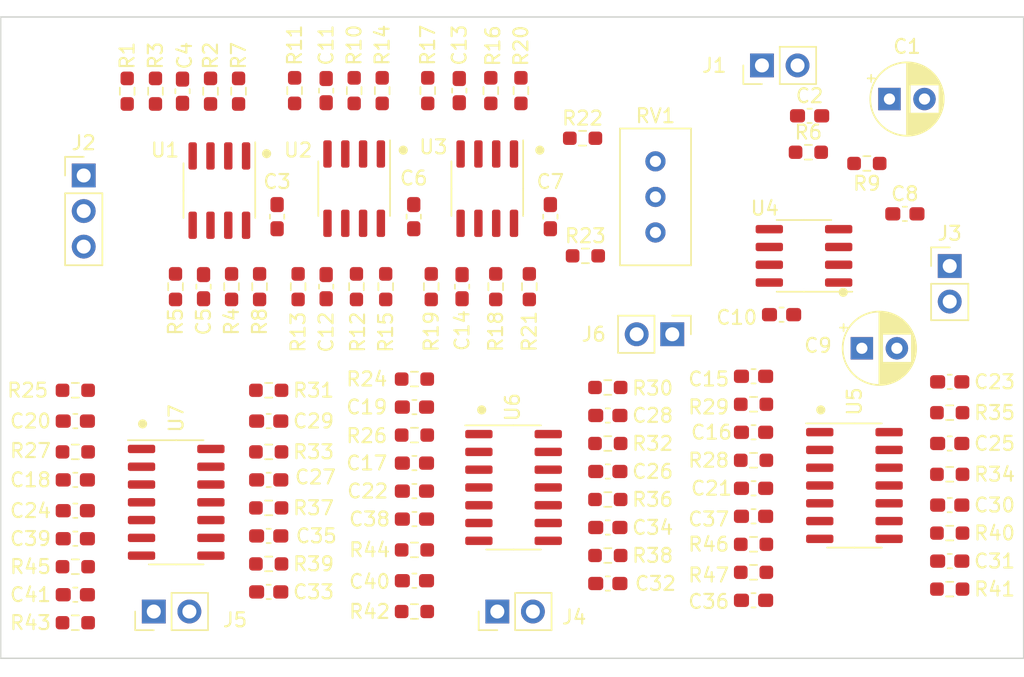
<source format=kicad_pcb>
(kicad_pcb (version 20211014) (generator pcbnew)
  (layers (0 "F.Cu" signal) (31 "B.Cu" signal) (34 "B.Paste" user) (35 "F.Paste" user) (36 "B.SilkS" user "B.Silkscreen") (37 "F.SilkS" user "F.Silkscreen") (38 "B.Mask" user) (39 "F.Mask" user) (44 "Edge.Cuts" user))
  (net 0 "")
  (net 1 "VCC5")
  (net 2 "GND")
  (net 3 "Net-(C4-Pad1)")
  (net 4 "Net-(C5-Pad1)")
  (net 5 "Net-(C11-Pad1)")
  (net 6 "Net-(C12-Pad1)")
  (net 7 "Net-(C13-Pad1)")
  (net 8 "Net-(C14-Pad1)")
  (net 9 "allPass_out")
  (net 10 "Net-(C15-Pad2)")
  (net 11 "Net-(C16-Pad2)")
  (net 12 "Net-(C17-Pad1)")
  (net 13 "Net-(C18-Pad1)")
  (net 14 "Net-(C19-Pad1)")
  (net 15 "Net-(C19-Pad2)")
  (net 16 "Net-(C20-Pad1)")
  (net 17 "Net-(C20-Pad2)")
  (net 18 "Net-(C23-Pad1)")
  (net 19 "Net-(C23-Pad2)")
  (net 20 "Net-(C25-Pad2)")
  (net 21 "Net-(C26-Pad1)")
  (net 22 "Net-(C27-Pad1)")
  (net 23 "Net-(C28-Pad1)")
  (net 24 "Net-(C28-Pad2)")
  (net 25 "Net-(C29-Pad1)")
  (net 26 "Net-(C29-Pad2)")
  (net 27 "Net-(C30-Pad1)")
  (net 28 "Net-(C30-Pad2)")
  (net 29 "Net-(C31-Pad2)")
  (net 30 "Net-(C32-Pad1)")
  (net 31 "Net-(C33-Pad1)")
  (net 32 "Net-(C34-Pad1)")
  (net 33 "Net-(C34-Pad2)")
  (net 34 "Net-(C35-Pad1)")
  (net 35 "Net-(C35-Pad2)")
  (net 36 "Net-(C36-Pad1)")
  (net 37 "Net-(C36-Pad2)")
  (net 38 "Net-(C37-Pad2)")
  (net 39 "Net-(C38-Pad1)")
  (net 40 "Net-(C39-Pad1)")
  (net 41 "Net-(C40-Pad1)")
  (net 42 "NARROW")
  (net 43 "Net-(C41-Pad1)")
  (net 44 "WIDE")
  (net 45 "Net-(J2-Pad1)")
  (net 46 "Net-(J2-Pad3)")
  (net 47 "VBIAS")
  (net 48 "Net-(R1-Pad2)")
  (net 49 "Net-(R2-Pad2)")
  (net 50 "Net-(R4-Pad2)")
  (net 51 "Net-(R10-Pad1)")
  (net 52 "Net-(R12-Pad1)")
  (net 53 "Net-(R10-Pad2)")
  (net 54 "Net-(R12-Pad2)")
  (net 55 "Net-(R14-Pad2)")
  (net 56 "Net-(R15-Pad2)")
  (net 57 "Net-(R16-Pad2)")
  (net 58 "Net-(R18-Pad2)")
  (net 59 "Net-(R20-Pad2)")
  (net 60 "Net-(R21-Pad2)")
  (net 61 "Net-(R22-Pad2)")
  (net 62 "Net-(R23-Pad2)")
  (net 63 "Net-(R24-Pad1)")
  (net 64 "Net-(RV1-Pad2)")
  (net 65 "Net-(C8-Pad1)")
  (footprint "Resistor_SMD:R_0603_1608Metric_Pad0.98x0.95mm_HandSolder" (layer "F.Cu") (at 142.125 81.46 90)
    (fp_text reference "R20" (at 3.2 0 90) (layer "F.SilkS"))
    (fp_text value "10K")
    (pad "1" smd roundrect (at -0.9125 0 90) (size 0.975 0.95) (layers "F.Cu" "F.Paste" "F.Mask") (net 57 "Net-(R16-Pad2)"))
    (pad "2" smd roundrect (at 0.9125 0 90) (size 0.975 0.95) (layers "F.Cu" "F.Paste" "F.Mask") (net 59 "Net-(R20-Pad2)"))
  )
  (footprint "Package_SO:SOIC-8_3.9x4.9mm_P1.27mm" (layer "F.Cu") (at 162.325 93.26 180)
    (fp_text reference "U4" (at 2.8 3.4) (layer "F.SilkS"))
    (fp_text value "OPA1678")
    (pad "1" smd roundrect (at -2.475 -1.905 180) (size 1.95 0.6) (layers "F.Cu" "F.Paste" "F.Mask") (net 47 "VBIAS"))
    (pad "2" smd roundrect (at -2.475 -0.635 180) (size 1.95 0.6) (layers "F.Cu" "F.Paste" "F.Mask") (net 47 "VBIAS"))
    (pad "3" smd roundrect (at -2.475 0.635 180) (size 1.95 0.6) (layers "F.Cu" "F.Paste" "F.Mask") (net 65 "Net-(C8-Pad1)"))
    (pad "4" smd roundrect (at -2.475 1.905 180) (size 1.95 0.6) (layers "F.Cu" "F.Paste" "F.Mask") (net 2 "GND"))
    (pad "5" smd roundrect (at 2.475 1.905 180) (size 1.95 0.6) (layers "F.Cu" "F.Paste" "F.Mask") (net 64 "Net-(RV1-Pad2)"))
    (pad "6" smd roundrect (at 2.475 0.635 180) (size 1.95 0.6) (layers "F.Cu" "F.Paste" "F.Mask") (net 9 "allPass_out"))
    (pad "7" smd roundrect (at 2.475 -0.635 180) (size 1.95 0.6) (layers "F.Cu" "F.Paste" "F.Mask") (net 9 "allPass_out"))
    (pad "8" smd roundrect (at 2.475 -1.905 180) (size 1.95 0.6) (layers "F.Cu" "F.Paste" "F.Mask") (net 1 "VCC5"))
  )
  (footprint "Capacitor_SMD:C_0603_1608Metric_Pad1.08x0.95mm_HandSolder" (layer "F.Cu") (at 172.725 106.66 180)
    (fp_text reference "C25" (at -3.2 0) (layer "F.SilkS"))
    (fp_text value "0.47uF")
    (pad "1" smd roundrect (at -0.8625 0 180) (size 1.075 0.95) (layers "F.Cu" "F.Paste" "F.Mask") (net 19 "Net-(C23-Pad2)"))
    (pad "2" smd roundrect (at 0.8625 0 180) (size 1.075 0.95) (layers "F.Cu" "F.Paste" "F.Mask") (net 20 "Net-(C25-Pad2)"))
  )
  (footprint "Connector_PinHeader_2.54mm:PinHeader_1x02_P2.54mm_Vertical" (layer "F.Cu") (at 140.44 118.66 90)
    (fp_text reference "J4" (at -0.4 5.485 180) (layer "F.SilkS"))
    (fp_text value "Conn_01x02")
    (pad "1" thru_hole rect (at 0 0 90) (size 1.7 1.7) (drill 1) (layers *.Cu *.Mask) (net 42 "NARROW"))
    (pad "2" thru_hole oval (at 0 2.54 90) (size 1.7 1.7) (drill 1) (layers *.Cu *.Mask) (net 2 "GND"))
  )
  (footprint "Resistor_SMD:R_0603_1608Metric_Pad0.98x0.95mm_HandSolder" (layer "F.Cu") (at 172.725 113.06 180)
    (fp_text reference "R40" (at -3.2 0) (layer "F.SilkS"))
    (fp_text value "1.02K")
    (pad "1" smd roundrect (at -0.9125 0 180) (size 0.975 0.95) (layers "F.Cu" "F.Paste" "F.Mask") (net 47 "VBIAS"))
    (pad "2" smd roundrect (at 0.9125 0 180) (size 0.975 0.95) (layers "F.Cu" "F.Paste" "F.Mask") (net 29 "Net-(C31-Pad2)"))
  )
  (footprint "Resistor_SMD:R_0603_1608Metric_Pad0.98x0.95mm_HandSolder" (layer "F.Cu") (at 126.225 95.46 90)
    (fp_text reference "R13" (at -3.25 0 90) (layer "F.SilkS"))
    (fp_text value "23.2K")
    (pad "1" smd roundrect (at -0.9125 0 90) (size 0.975 0.95) (layers "F.Cu" "F.Paste" "F.Mask") (net 52 "Net-(R12-Pad1)"))
    (pad "2" smd roundrect (at 0.9125 0 90) (size 0.975 0.95) (layers "F.Cu" "F.Paste" "F.Mask") (net 6 "Net-(C12-Pad1)"))
  )
  (footprint "Capacitor_SMD:C_0603_1608Metric_Pad1.08x0.95mm_HandSolder" (layer "F.Cu") (at 110.325 105.06)
    (fp_text reference "C20" (at -3.2 0) (layer "F.SilkS"))
    (fp_text value "0.0039uF")
    (pad "1" smd roundrect (at -0.8625 0) (size 1.075 0.95) (layers "F.Cu" "F.Paste" "F.Mask") (net 16 "Net-(C20-Pad1)"))
    (pad "2" smd roundrect (at 0.8625 0) (size 1.075 0.95) (layers "F.Cu" "F.Paste" "F.Mask") (net 17 "Net-(C20-Pad2)"))
  )
  (footprint "Resistor_SMD:R_0603_1608Metric_Pad0.98x0.95mm_HandSolder" (layer "F.Cu") (at 148.325 114.66 180)
    (fp_text reference "R38" (at -3.2 0) (layer "F.SilkS"))
    (fp_text value "9.76K")
    (pad "1" smd roundrect (at -0.9125 0 180) (size 0.975 0.95) (layers "F.Cu" "F.Paste" "F.Mask") (net 32 "Net-(C34-Pad1)"))
    (pad "2" smd roundrect (at 0.9125 0 180) (size 0.975 0.95) (layers "F.Cu" "F.Paste" "F.Mask") (net 30 "Net-(C32-Pad1)"))
  )
  (footprint "Capacitor_SMD:C_0603_1608Metric_Pad1.08x0.95mm_HandSolder" (layer "F.Cu") (at 128.225 81.46 90)
    (fp_text reference "C11" (at 3.25 0 270) (layer "F.SilkS"))
    (fp_text value "0.01u")
    (pad "1" smd roundrect (at -0.8625 0 90) (size 1.075 0.95) (layers "F.Cu" "F.Paste" "F.Mask") (net 5 "Net-(C11-Pad1)"))
    (pad "2" smd roundrect (at 0.8625 0 90) (size 1.075 0.95) (layers "F.Cu" "F.Paste" "F.Mask") (net 2 "GND"))
  )
  (footprint "Capacitor_SMD:C_0603_1608Metric_Pad1.08x0.95mm_HandSolder" (layer "F.Cu") (at 144.225 90.46 90)
    (fp_text reference "C7" (at 2.5 0 180) (layer "F.SilkS"))
    (fp_text value "0.1uF")
    (pad "1" smd roundrect (at -0.8625 0 90) (size 1.075 0.95) (layers "F.Cu" "F.Paste" "F.Mask") (net 1 "VCC5"))
    (pad "2" smd roundrect (at 0.8625 0 90) (size 1.075 0.95) (layers "F.Cu" "F.Paste" "F.Mask") (net 2 "GND"))
  )
  (footprint "Capacitor_SMD:C_0603_1608Metric_Pad1.08x0.95mm_HandSolder" (layer "F.Cu") (at 134.525 104.06)
    (fp_text reference "C19" (at -3.4 0) (layer "F.SilkS"))
    (fp_text value "0.015uF")
    (pad "1" smd roundrect (at -0.8625 0) (size 1.075 0.95) (layers "F.Cu" "F.Paste" "F.Mask") (net 14 "Net-(C19-Pad1)"))
    (pad "2" smd roundrect (at 0.8625 0) (size 1.075 0.95) (layers "F.Cu" "F.Paste" "F.Mask") (net 15 "Net-(C19-Pad2)"))
  )
  (footprint "Capacitor_SMD:C_0603_1608Metric_Pad1.08x0.95mm_HandSolder" (layer "F.Cu") (at 134.475 90.46 90)
    (fp_text reference "C6" (at 2.75 0 180) (layer "F.SilkS"))
    (fp_text value "0.1uF")
    (pad "1" smd roundrect (at -0.8625 0 90) (size 1.075 0.95) (layers "F.Cu" "F.Paste" "F.Mask") (net 1 "VCC5"))
    (pad "2" smd roundrect (at 0.8625 0 90) (size 1.075 0.95) (layers "F.Cu" "F.Paste" "F.Mask") (net 2 "GND"))
  )
  (footprint "Resistor_SMD:R_0603_1608Metric_Pad0.98x0.95mm_HandSolder" (layer "F.Cu") (at 166.8125 86.66 180)
    (fp_text reference "R9" (at 0 -1.43) (layer "F.SilkS"))
    (fp_text value "10K")
    (pad "1" smd roundrect (at -0.9125 0 180) (size 0.975 0.95) (layers "F.Cu" "F.Paste" "F.Mask") (net 2 "GND"))
    (pad "2" smd roundrect (at 0.9125 0 180) (size 0.975 0.95) (layers "F.Cu" "F.Paste" "F.Mask") (net 65 "Net-(C8-Pad1)"))
  )
  (footprint "Capacitor_SMD:C_0603_1608Metric_Pad1.08x0.95mm_HandSolder" (layer "F.Cu") (at 172.725 102.26)
    (fp_text reference "C23" (at 3.2 0) (layer "F.SilkS"))
    (fp_text value "1uF")
    (pad "1" smd roundrect (at -0.8625 0) (size 1.075 0.95) (layers "F.Cu" "F.Paste" "F.Mask") (net 18 "Net-(C23-Pad1)"))
    (pad "2" smd roundrect (at 0.8625 0) (size 1.075 0.95) (layers "F.Cu" "F.Paste" "F.Mask") (net 19 "Net-(C23-Pad2)"))
  )
  (footprint "Capacitor_SMD:C_0603_1608Metric_Pad1.08x0.95mm_HandSolder" (layer "F.Cu") (at 158.725 117.86 180)
    (fp_text reference "C36" (at 3.2 -0.0875) (layer "F.SilkS"))
    (fp_text value "0.47uF")
    (pad "1" smd roundrect (at -0.8625 0 180) (size 1.075 0.95) (layers "F.Cu" "F.Paste" "F.Mask") (net 36 "Net-(C36-Pad1)"))
    (pad "2" smd roundrect (at 0.8625 0 180) (size 1.075 0.95) (layers "F.Cu" "F.Paste" "F.Mask") (net 37 "Net-(C36-Pad2)"))
  )
  (footprint "Capacitor_SMD:C_0603_1608Metric_Pad1.08x0.95mm_HandSolder" (layer "F.Cu") (at 124.125 105.06 180)
    (fp_text reference "C29" (at -3.2 0) (layer "F.SilkS"))
    (fp_text value "0.0056uF")
    (pad "1" smd roundrect (at -0.8625 0 180) (size 1.075 0.95) (layers "F.Cu" "F.Paste" "F.Mask") (net 25 "Net-(C29-Pad1)"))
    (pad "2" smd roundrect (at 0.8625 0 180) (size 1.075 0.95) (layers "F.Cu" "F.Paste" "F.Mask") (net 26 "Net-(C29-Pad2)"))
  )
  (footprint "Capacitor_SMD:C_0603_1608Metric_Pad1.08x0.95mm_HandSolder" (layer "F.Cu") (at 158.725 105.86)
    (fp_text reference "C16" (at -3 0) (layer "F.SilkS"))
    (fp_text value "0.39uF")
    (pad "1" smd roundrect (at -0.8625 0) (size 1.075 0.95) (layers "F.Cu" "F.Paste" "F.Mask") (net 10 "Net-(C15-Pad2)"))
    (pad "2" smd roundrect (at 0.8625 0) (size 1.075 0.95) (layers "F.Cu" "F.Paste" "F.Mask") (net 11 "Net-(C16-Pad2)"))
  )
  (footprint "Resistor_SMD:R_0603_1608Metric_Pad0.98x0.95mm_HandSolder" (layer "F.Cu") (at 158.725 113.86)
    (fp_text reference "R46" (at -3.2 0) (layer "F.SilkS"))
    (fp_text value "9.09K")
    (pad "1" smd roundrect (at -0.9125 0) (size 0.975 0.95) (layers "F.Cu" "F.Paste" "F.Mask") (net 47 "VBIAS"))
    (pad "2" smd roundrect (at 0.9125 0) (size 0.975 0.95) (layers "F.Cu" "F.Paste" "F.Mask") (net 38 "Net-(C37-Pad2)"))
  )
  (footprint "Resistor_SMD:R_0603_1608Metric_Pad0.98x0.95mm_HandSolder" (layer "F.Cu") (at 114.0275 81.5 90)
    (fp_text reference "R1" (at 2.54 0 90) (layer "F.SilkS"))
    (fp_text value "1.5K")
    (pad "1" smd roundrect (at -0.9125 0 90) (size 0.975 0.95) (layers "F.Cu" "F.Paste" "F.Mask") (net 45 "Net-(J2-Pad1)"))
    (pad "2" smd roundrect (at 0.9125 0 90) (size 0.975 0.95) (layers "F.Cu" "F.Paste" "F.Mask") (net 48 "Net-(R1-Pad2)"))
  )
  (footprint "Capacitor_SMD:C_0603_1608Metric_Pad1.08x0.95mm_HandSolder" (layer "F.Cu") (at 110.325 109.26 180)
    (fp_text reference "C18" (at 3.2 0) (layer "F.SilkS"))
    (fp_text value "0.0033uF")
    (pad "1" smd roundrect (at -0.8625 0 180) (size 1.075 0.95) (layers "F.Cu" "F.Paste" "F.Mask") (net 13 "Net-(C18-Pad1)"))
    (pad "2" smd roundrect (at 0.8625 0 180) (size 1.075 0.95) (layers "F.Cu" "F.Paste" "F.Mask") (net 2 "GND"))
  )
  (footprint "Resistor_SMD:R_0603_1608Metric_Pad0.98x0.95mm_HandSolder" (layer "F.Cu") (at 124.125 111.26)
    (fp_text reference "R37" (at 3.2 0) (layer "F.SilkS"))
    (fp_text value "6.04K")
    (pad "1" smd roundrect (at -0.9125 0) (size 0.975 0.95) (layers "F.Cu" "F.Paste" "F.Mask") (net 26 "Net-(C29-Pad2)"))
    (pad "2" smd roundrect (at 0.9125 0) (size 0.975 0.95) (layers "F.Cu" "F.Paste" "F.Mask") (net 34 "Net-(C35-Pad1)"))
  )
  (footprint "Capacitor_SMD:C_0603_1608Metric_Pad1.08x0.95mm_HandSolder" (layer "F.Cu") (at 137.925 95.46 -90)
    (fp_text reference "C14" (at 3.1375 0 90) (layer "F.SilkS"))
    (fp_text value "0.01u")
    (pad "1" smd roundrect (at -0.8625 0 270) (size 1.075 0.95) (layers "F.Cu" "F.Paste" "F.Mask") (net 8 "Net-(C14-Pad1)"))
    (pad "2" smd roundrect (at 0.8625 0 270) (size 1.075 0.95) (layers "F.Cu" "F.Paste" "F.Mask") (net 2 "GND"))
  )
  (footprint "Connector_PinHeader_2.54mm:PinHeader_1x03_P2.54mm_Vertical" (layer "F.Cu") (at 110.925 87.52)
    (fp_text reference "J2" (at 0 -2.33) (layer "F.SilkS"))
    (fp_text value "Conn_01x03")
    (pad "1" thru_hole rect (at 0 0) (size 1.7 1.7) (drill 1) (layers *.Cu *.Mask) (net 45 "Net-(J2-Pad1)"))
    (pad "2" thru_hole oval (at 0 2.54) (size 1.7 1.7) (drill 1) (layers *.Cu *.Mask) (net 2 "GND"))
    (pad "3" thru_hole oval (at 0 5.08) (size 1.7 1.7) (drill 1) (layers *.Cu *.Mask) (net 46 "Net-(J2-Pad3)"))
  )
  (footprint "Resistor_SMD:R_0603_1608Metric_Pad0.98x0.95mm_HandSolder" (layer "F.Cu") (at 124.125 102.86)
    (fp_text reference "R31" (at 3.2 0) (layer "F.SilkS"))
    (fp_text value "8.06K")
    (pad "1" smd roundrect (at -0.9125 0) (size 0.975 0.95) (layers "F.Cu" "F.Paste" "F.Mask") (net 17 "Net-(C20-Pad2)"))
    (pad "2" smd roundrect (at 0.9125 0) (size 0.975 0.95) (layers "F.Cu" "F.Paste" "F.Mask") (net 25 "Net-(C29-Pad1)"))
  )
  (footprint "Resistor_SMD:R_0603_1608Metric_Pad0.98x0.95mm_HandSolder" (layer "F.Cu") (at 134.525 118.66 180)
    (fp_text reference "R42" (at 3.2 0) (layer "F.SilkS"))
    (fp_text value "2.55K")
    (pad "1" smd roundrect (at -0.9125 0 180) (size 0.975 0.95) (layers "F.Cu" "F.Paste" "F.Mask") (net 33 "Net-(C34-Pad2)"))
    (pad "2" smd roundrect (at 0.9125 0 180) (size 0.975 0.95) (layers "F.Cu" "F.Paste" "F.Mask") (net 41 "Net-(C40-Pad1)"))
  )
  (footprint "Capacitor_SMD:C_0603_1608Metric_Pad1.08x0.95mm_HandSolder" (layer "F.Cu") (at 124.125 109.26)
    (fp_text reference "C27" (at 3.3375 -0.2) (layer "F.SilkS"))
    (fp_text value "0.0033uF")
    (pad "1" smd roundrect (at -0.8625 0) (size 1.075 0.95) (layers "F.Cu" "F.Paste" "F.Mask") (net 22 "Net-(C27-Pad1)"))
    (pad "2" smd roundrect (at 0.8625 0) (size 1.075 0.95) (layers "F.Cu" "F.Paste" "F.Mask") (net 2 "GND"))
  )
  (footprint "Resistor_SMD:R_0603_1608Metric_Pad0.98x0.95mm_HandSolder" (layer "F.Cu") (at 124.125 107.26 180)
    (fp_text reference "R33" (at -3.2 0) (layer "F.SilkS"))
    (fp_text value "18.7K")
    (pad "1" smd roundrect (at -0.9125 0 180) (size 0.975 0.95) (layers "F.Cu" "F.Paste" "F.Mask") (net 25 "Net-(C29-Pad1)"))
    (pad "2" smd roundrect (at 0.9125 0 180) (size 0.975 0.95) (layers "F.Cu" "F.Paste" "F.Mask") (net 22 "Net-(C27-Pad1)"))
  )
  (footprint "Resistor_SMD:R_0603_1608Metric_Pad0.98x0.95mm_HandSolder" (layer "F.Cu") (at 172.725 108.86 180)
    (fp_text reference "R34" (at -3.2 0) (layer "F.SilkS"))
    (fp_text value "1K")
    (pad "1" smd roundrect (at -0.9125 0 180) (size 0.975 0.95) (layers "F.Cu" "F.Paste" "F.Mask") (net 47 "VBIAS"))
    (pad "2" smd roundrect (at 0.9125 0 180) (size 0.975 0.95) (layers "F.Cu" "F.Paste" "F.Mask") (net 20 "Net-(C25-Pad2)"))
  )
  (footprint "Connector_PinHeader_2.54mm:PinHeader_1x02_P2.54mm_Vertical" (layer "F.Cu") (at 152.925 98.86 -90)
    (fp_text reference "J6" (at 0 5.6 180) (layer "F.SilkS"))
    (fp_text value "Conn_01x02")
    (pad "1" thru_hole rect (at 0 0 270) (size 1.7 1.7) (drill 1) (layers *.Cu *.Mask) (net 9 "allPass_out"))
    (pad "2" thru_hole oval (at 0 2.54 270) (size 1.7 1.7) (drill 1) (layers *.Cu *.Mask) (net 2 "GND"))
  )
  (footprint "Connector_PinHeader_2.54mm:PinHeader_1x02_P2.54mm_Vertical" (layer "F.Cu") (at 115.925 118.66 90)
    (fp_text reference "J5" (at -0.6 5.8 180) (layer "F.SilkS"))
    (fp_text value "Conn_01x02")
    (pad "1" thru_hole rect (at 0 0 90) (size 1.7 1.7) (drill 1) (layers *.Cu *.Mask) (net 44 "WIDE"))
    (pad "2" thru_hole oval (at 0 2.54 90) (size 1.7 1.7) (drill 1) (layers *.Cu *.Mask) (net 2 "GND"))
  )
  (footprint "Resistor_SMD:R_0603_1608Metric_Pad0.98x0.95mm_HandSolder" (layer "F.Cu") (at 148.325 110.66)
    (fp_text reference "R36" (at 3.2 0) (layer "F.SilkS"))
    (fp_text value "8.66K")
    (pad "1" smd roundrect (at -0.9125 0) (size 0.975 0.95) (layers "F.Cu" "F.Paste" "F.Mask") (net 24 "Net-(C28-Pad2)"))
    (pad "2" smd roundrect (at 0.9125 0) (size 0.975 0.95) (layers "F.Cu" "F.Paste" "F.Mask") (net 32 "Net-(C34-Pad1)"))
  )
  (footprint "Capacitor_SMD:C_0603_1608Metric_Pad1.08x0.95mm_HandSolder" (layer "F.Cu") (at 172.725 111.06)
    (fp_text reference "C30" (at 3.2 0) (layer "F.SilkS"))
    (fp_text value "1.5uF")
    (pad "1" smd roundrect (at -0.8625 0) (size 1.075 0.95) (layers "F.Cu" "F.Paste" "F.Mask") (net 27 "Net-(C30-Pad1)"))
    (pad "2" smd roundrect (at 0.8625 0) (size 1.075 0.95) (layers "F.Cu" "F.Paste" "F.Mask") (net 28 "Net-(C30-Pad2)"))
  )
  (footprint "Package_SO:SOIC-8_3.9x4.9mm_P1.27mm" (layer "F.Cu") (at 139.725 88.46 -90)
    (fp_text reference "U3" (at -2.975 3.845 180) (layer "F.SilkS"))
    (fp_text value "OPA1678")
    (pad "1" smd roundrect (at -2.475 -1.905 270) (size 1.95 0.6) (layers "F.Cu" "F.Paste" "F.Mask") (net 59 "Net-(R20-Pad2)"))
    (pad "2" smd roundrect (at -2.475 -0.635 270) (size 1.95 0.6) (layers "F.Cu" "F.Paste" "F.Mask") (net 57 "Net-(R16-Pad2)"))
    (pad "3" smd roundrect (at -2.475 0.635 270) (size 1.95 0.6) (layers "F.Cu" "F.Paste" "F.Mask") (net 7 "Net-(C13-Pad1)"))
    (pad "4" smd roundrect (at -2.475 1.905 270) (size 1.95 0.6) (layers "F.Cu" "F.Paste" "F.Mask") (net 2 "GND"))
    (pad "5" smd roundrect (at 2.475 1.905 270) (size 1.95 0.6) (layers "F.Cu" "F.Paste" "F.Mask") (net 8 "Net-(C14-Pad1)"))
    (pad "6" smd roundrect (at 2.475 0.635 270) (size 1.95 0.6) (layers "F.Cu" "F.Paste" "F.Mask") (net 58 "Net-(R18-Pad2)"))
    (pad "7" smd roundrect (at 2.475 -0.635 270) (size 1.95 0.6) (layers "F.Cu" "F.Paste" "F.Mask") (net 60 "Net-(R21-Pad2)"))
    (pad "8" smd roundrect (at 2.475 -1.905 270) (size 1.95 0.6) (layers "F.Cu" "F.Paste" "F.Mask") (net 1 "VCC5"))
  )
  (footprint "Capacitor_SMD:C_0603_1608Metric_Pad1.08x0.95mm_HandSolder" (layer "F.Cu") (at 110.325 117.46)
    (fp_text reference "C41" (at -3.2 0) (layer "F.SilkS"))
    (fp_text value "0.1uF")
    (pad "1" smd roundrect (at -0.8625 0) (size 1.075 0.95) (layers "F.Cu" "F.Paste" "F.Mask") (net 43 "Net-(C41-Pad1)"))
    (pad "2" smd roundrect (at 0.8625 0) (size 1.075 0.95) (layers "F.Cu" "F.Paste" "F.Mask") (net 44 "WIDE"))
  )
  (footprint "Resistor_SMD:R_0603_1608Metric_Pad0.98x0.95mm_HandSolder" (layer "F.Cu") (at 130.3875 95.46 90)
    (fp_text reference "R12" (at -3.25 0.0875 270) (layer "F.SilkS"))
    (fp_text value "10K")
    (pad "1" smd roundrect (at -0.9125 0 90) (size 0.975 0.95) (layers "F.Cu" "F.Paste" "F.Mask") (net 52 "Net-(R12-Pad1)"))
    (pad "2" smd roundrect (at 0.9125 0 90) (size 0.975 0.95) (layers "F.Cu" "F.Paste" "F.Mask") (net 54 "Net-(R12-Pad2)"))
  )
  (footprint "Resistor_SMD:R_0603_1608Metric_Pad0.98x0.95mm_HandSolder" (layer "F.Cu") (at 135.475 81.46 -90)
    (fp_text reference "R17" (at -3.25 0 90) (layer "F.SilkS"))
    (fp_text value "51.1K")
    (pad "1" smd roundrect (at -0.9125 0 270) (size 0.975 0.95) (layers "F.Cu" "F.Paste" "F.Mask") (net 55 "Net-(R14-Pad2)"))
    (pad "2" smd roundrect (at 0.9125 0 270) (size 0.975 0.95) (layers "F.Cu" "F.Paste" "F.Mask") (net 7 "Net-(C13-Pad1)"))
  )
  (footprint "Resistor_SMD:R_0603_1608Metric_Pad0.98x0.95mm_HandSolder" (layer "F.Cu") (at 116.045 81.5 -90)
    (fp_text reference "R3" (at -2.54 0 90) (layer "F.SilkS"))
    (fp_text value "200")
    (pad "1" smd roundrect (at -0.9125 0 270) (size 0.975 0.95) (layers "F.Cu" "F.Paste" "F.Mask") (net 48 "Net-(R1-Pad2)"))
    (pad "2" smd roundrect (at 0.9125 0 270) (size 0.975 0.95) (layers "F.Cu" "F.Paste" "F.Mask") (net 3 "Net-(C4-Pad1)"))
  )
  (footprint "Capacitor_SMD:C_0603_1608Metric_Pad1.08x0.95mm_HandSolder" (layer "F.Cu") (at 158.725 101.86 180)
    (fp_text reference "C15" (at 3.2 -0.2) (layer "F.SilkS"))
    (fp_text value "0.82uF")
    (pad "1" smd roundrect (at -0.8625 0 180) (size 1.075 0.95) (layers "F.Cu" "F.Paste" "F.Mask") (net 9 "allPass_out"))
    (pad "2" smd roundrect (at 0.8625 0 180) (size 1.075 0.95) (layers "F.Cu" "F.Paste" "F.Mask") (net 10 "Net-(C15-Pad2)"))
  )
  (footprint "Resistor_SMD:R_0603_1608Metric_Pad0.98x0.95mm_HandSolder" (layer "F.Cu") (at 110.325 102.86 180)
    (fp_text reference "R25" (at 3.4 0) (layer "F.SilkS"))
    (fp_text value "10.5K")
    (pad "1" smd roundrect (at -0.9125 0 180) (size 0.975 0.95) (layers "F.Cu" "F.Paste" "F.Mask") (net 63 "Net-(R24-Pad1)"))
    (pad "2" smd roundrect (at 0.9125 0 180) (size 0.975 0.95) (layers "F.Cu" "F.Paste" "F.Mask") (net 16 "Net-(C20-Pad1)"))
  )
  (footprint "Capacitor_SMD:C_0603_1608Metric_Pad1.08x0.95mm_HandSolder" (layer "F.Cu") (at 158.725 109.86)
    (fp_text reference "C21" (at -3 0) (layer "F.SilkS"))
    (fp_text value "0.1uF")
    (pad "1" smd roundrect (at -0.8625 0) (size 1.075 0.95) (layers "F.Cu" "F.Paste" "F.Mask") (net 2 "GND"))
    (pad "2" smd roundrect (at 0.8625 0) (size 1.075 0.95) (layers "F.Cu" "F.Paste" "F.Mask") (net 1 "VCC5"))
  )
  (footprint "Resistor_SMD:R_0603_1608Metric_Pad0.98x0.95mm_HandSolder" (layer "F.Cu") (at 158.725 115.86)
    (fp_text reference "R47" (at -3.2 0.2) (layer "F.SilkS"))
    (fp_text value "301")
    (pad "1" smd roundrect (at -0.9125 0) (size 0.975 0.95) (layers "F.Cu" "F.Paste" "F.Mask") (net 37 "Net-(C36-Pad2)"))
    (pad "2" smd roundrect (at 0.9125 0) (size 0.975 0.95) (layers "F.Cu" "F.Paste" "F.Mask") (net 63 "Net-(R24-Pad1)"))
  )
  (footprint "Resistor_SMD:R_0603_1608Metric_Pad0.98x0.95mm_HandSolder" (layer "F.Cu") (at 142.725 95.46 90)
    (fp_text reference "R21" (at -3.2 0 90) (layer "F.SilkS"))
    (fp_text value "10K")
    (pad "1" smd roundrect (at -0.9125 0 90) (size 0.975 0.95) (layers "F.Cu" "F.Paste" "F.Mask") (net 58 "Net-(R18-Pad2)"))
    (pad "2" smd roundrect (at 0.9125 0 90) (size 0.975 0.95) (layers "F.Cu" "F.Paste" "F.Mask") (net 60 "Net-(R21-Pad2)"))
  )
  (footprint "Capacitor_SMD:C_0603_1608Metric_Pad1.08x0.95mm_HandSolder" (layer "F.Cu") (at 134.525 110.06)
    (fp_text reference "C22" (at -3.3375 0) (layer "F.SilkS"))
    (fp_text value "0.1uF")
    (pad "1" smd roundrect (at -0.8625 0) (size 1.075 0.95) (layers "F.Cu" "F.Paste" "F.Mask") (net 2 "GND"))
    (pad "2" smd roundrect (at 0.8625 0) (size 1.075 0.95) (layers "F.Cu" "F.Paste" "F.Mask") (net 1 "VCC5"))
  )
  (footprint "Capacitor_SMD:C_0603_1608Metric_Pad1.08x0.95mm_HandSolder" (layer "F.Cu") (at 158.725 111.86)
    (fp_text reference "C37" (at -3.2 0.2) (layer "F.SilkS"))
    (fp_text value "0.22uF")
    (pad "1" smd roundrect (at -0.8625 0) (size 1.075 0.95) (layers "F.Cu" "F.Paste" "F.Mask") (net 37 "Net-(C36-Pad2)"))
    (pad "2" smd roundrect (at 0.8625 0) (size 1.075 0.95) (layers "F.Cu" "F.Paste" "F.Mask") (net 38 "Net-(C37-Pad2)"))
  )
  (footprint "Resistor_SMD:R_0603_1608Metric_Pad0.98x0.95mm_HandSolder" (layer "F.Cu") (at 110.325 119.46 180)
    (fp_text reference "R43" (at 3.2 0) (layer "F.SilkS"))
    (fp_text value "1.96K")
    (pad "1" smd roundrect (at -0.9125 0 180) (size 0.975 0.95) (layers "F.Cu" "F.Paste" "F.Mask") (net 35 "Net-(C35-Pad2)"))
    (pad "2" smd roundrect (at 0.9125 0 180) (size 0.975 0.95) (layers "F.Cu" "F.Paste" "F.Mask") (net 43 "Net-(C41-Pad1)"))
  )
  (footprint "Resistor_SMD:R_0603_1608Metric_Pad0.98x0.95mm_HandSolder" (layer "F.Cu") (at 134.525 102.06 180)
    (fp_text reference "R24" (at 3.4 0) (layer "F.SilkS"))
    (fp_text value "9.53K")
    (pad "1" smd roundrect (at -0.9125 0 180) (size 0.975 0.95) (layers "F.Cu" "F.Paste" "F.Mask") (net 63 "Net-(R24-Pad1)"))
    (pad "2" smd roundrect (at 0.9125 0 180) (size 0.975 0.95) (layers "F.Cu" "F.Paste" "F.Mask") (net 14 "Net-(C19-Pad1)"))
  )
  (footprint "Capacitor_SMD:C_0603_1608Metric_Pad1.08x0.95mm_HandSolder" (layer "F.Cu") (at 137.725 81.46 90)
    (fp_text reference "C13" (at 3.25 0 270) (layer "F.SilkS"))
    (fp_text value "0.01u")
    (pad "1" smd roundrect (at -0.8625 0 90) (size 1.075 0.95) (layers "F.Cu" "F.Paste" "F.Mask") (net 7 "Net-(C13-Pad1)"))
    (pad "2" smd roundrect (at 0.8625 0 90) (size 1.075 0.95) (layers "F.Cu" "F.Paste" "F.Mask") (net 2 "GND"))
  )
  (footprint "Resistor_SMD:R_0603_1608Metric_Pad0.98x0.95mm_HandSolder" (layer "F.Cu") (at 148.325 106.66 180)
    (fp_text reference "R32" (at -3.2 0) (layer "F.SilkS"))
    (fp_text value "16.5K")
    (pad "1" smd roundrect (at -0.9125 0 180) (size 0.975 0.95) (layers "F.Cu" "F.Paste" "F.Mask") (net 23 "Net-(C28-Pad1)"))
    (pad "2" smd roundrect (at 0.9125 0 180) (size 0.975 0.95) (layers "F.Cu" "F.Paste" "F.Mask") (net 21 "Net-(C26-Pad1)"))
  )
  (footprint "Capacitor_SMD:C_0603_1608Metric_Pad1.08x0.95mm_HandSolder" (layer "F.Cu") (at 172.725 115.06 180)
    (fp_text reference "C31" (at -3.2 0) (layer "F.SilkS"))
    (fp_text value "0.68uF")
    (pad "1" smd roundrect (at -0.8625 0 180) (size 1.075 0.95) (layers "F.Cu" "F.Paste" "F.Mask") (net 28 "Net-(C30-Pad2)"))
    (pad "2" smd roundrect (at 0.8625 0 180) (size 1.075 0.95) (layers "F.Cu" "F.Paste" "F.Mask") (net 29 "Net-(C31-Pad2)"))
  )
  (footprint "Resistor_SMD:R_0603_1608Metric_Pad0.98x0.95mm_HandSolder" (layer "F.Cu") (at 162.6375 85.86)
    (fp_text reference "R6" (at 0 -1.43) (layer "F.SilkS"))
    (fp_text value "10K")
    (pad "1" smd roundrect (at -0.9125 0) (size 0.975 0.95) (layers "F.Cu" "F.Paste" "F.Mask") (net 1 "VCC5"))
    (pad "2" smd roundrect (at 0.9125 0) (size 0.975 0.95) (layers "F.Cu" "F.Paste" "F.Mask") (net 65 "Net-(C8-Pad1)"))
  )
  (footprint "Capacitor_SMD:C_0603_1608Metric_Pad1.08x0.95mm_HandSolder" (layer "F.Cu") (at 134.525 112.06 180)
    (fp_text reference "C38" (at 3.2 0) (layer "F.SilkS"))
    (fp_text value "0.012uF")
    (pad "1" smd roundrect (at -0.8625 0 180) (size 1.075 0.95) (layers "F.Cu" "F.Paste" "F.Mask") (net 39 "Net-(C38-Pad1)"))
    (pad "2" smd roundrect (at 0.8625 0 180) (size 1.075 0.95) (layers "F.Cu" "F.Paste" "F.Mask") (net 2 "GND"))
  )
  (footprint "Capacitor_SMD:C_0603_1608Metric_Pad1.08x0.95mm_HandSolder" (layer "F.Cu") (at 148.325 112.66 180)
    (fp_text reference "C34" (at -3.2 0) (layer "F.SilkS"))
    (fp_text value "0.039uF")
    (pad "1" smd roundrect (at -0.8625 0 180) (size 1.075 0.95) (layers "F.Cu" "F.Paste" "F.Mask") (net 32 "Net-(C34-Pad1)"))
    (pad "2" smd roundrect (at 0.8625 0 180) (size 1.075 0.95) (layers "F.Cu" "F.Paste" "F.Mask") (net 33 "Net-(C34-Pad2)"))
  )
  (footprint "Capacitor_SMD:C_0603_1608Metric_Pad1.08x0.95mm_HandSolder" (layer "F.Cu") (at 162.725 83.26)
    (fp_text reference "C2" (at 0 -1.43) (layer "F.SilkS"))
    (fp_text value "0.1uF")
    (pad "1" smd roundrect (at -0.8625 0) (size 1.075 0.95) (layers "F.Cu" "F.Paste" "F.Mask") (net 1 "VCC5"))
    (pad "2" smd roundrect (at 0.8625 0) (size 1.075 0.95) (layers "F.Cu" "F.Paste" "F.Mask") (net 2 "GND"))
  )
  (footprint "Resistor_SMD:R_0603_1608Metric_Pad0.98x0.95mm_HandSolder" (layer "F.Cu") (at 130.225 81.46 -90)
    (fp_text reference "R10" (at -3.25 0 -90) (layer "F.SilkS"))
    (fp_text value "10K")
    (pad "1" smd roundrect (at -0.9125 0 270) (size 0.975 0.95) (layers "F.Cu" "F.Paste" "F.Mask") (net 51 "Net-(R10-Pad1)"))
    (pad "2" smd roundrect (at 0.9125 0 270) (size 0.975 0.95) (layers "F.Cu" "F.Paste" "F.Mask") (net 53 "Net-(R10-Pad2)"))
  )
  (footprint "Resistor_SMD:R_0603_1608Metric_Pad0.98x0.95mm_HandSolder" (layer "F.Cu") (at 134.525 114.26)
    (fp_text reference "R44" (at -3.2 0) (layer "F.SilkS"))
    (fp_text value "3.92K")
    (pad "1" smd roundrect (at -0.9125 0) (size 0.975 0.95) (layers "F.Cu" "F.Paste" "F.Mask") (net 41 "Net-(C40-Pad1)"))
    (pad "2" smd roundrect (at 0.9125 0) (size 0.975 0.95) (layers "F.Cu" "F.Paste" "F.Mask") (net 39 "Net-(C38-Pad1)"))
  )
  (footprint "Resistor_SMD:R_0603_1608Metric_Pad0.98x0.95mm_HandSolder" (layer "F.Cu") (at 121.475 95.46 90)
    (fp_text reference "R4" (at -2.5 0 90) (layer "F.SilkS"))
    (fp_text value "10K")
    (pad "1" smd roundrect (at -0.9125 0 90) (size 0.975 0.95) (layers "F.Cu" "F.Paste" "F.Mask") (net 46 "Net-(J2-Pad3)"))
    (pad "2" smd roundrect (at 0.9125 0 90) (size 0.975 0.95) (layers "F.Cu" "F.Paste" "F.Mask") (net 50 "Net-(R4-Pad2)"))
  )
  (footprint "Capacitor_SMD:C_0603_1608Metric_Pad1.08x0.95mm_HandSolder" (layer "F.Cu") (at 148.325 108.66)
    (fp_text reference "C26" (at 3.2 0) (layer "F.SilkS"))
    (fp_text value "0.012uF")
    (pad "1" smd roundrect (at -0.8625 0) (size 1.075 0.95) (layers "F.Cu" "F.Paste" "F.Mask") (net 21 "Net-(C26-Pad1)"))
    (pad "2" smd roundrect (at 0.8625 0) (size 1.075 0.95) (layers "F.Cu" "F.Paste" "F.Mask") (net 2 "GND"))
  )
  (footprint "Capacitor_SMD:C_0603_1608Metric_Pad1.08x0.95mm_HandSolder" (layer "F.Cu") (at 124.725 90.46 90)
    (fp_text reference "C3" (at 2.5 0) (layer "F.SilkS"))
    (fp_text value "0.1uF")
    (pad "1" smd roundrect (at -0.8625 0 90) (size 1.075 0.95) (layers "F.Cu" "F.Paste" "F.Mask") (net 1 "VCC5"))
    (pad "2" smd roundrect (at 0.8625 0 90) (size 1.075 0.95) (layers "F.Cu" "F.Paste" "F.Mask") (net 2 "GND"))
  )
  (footprint "Package_SO:SOIC-8_3.9x4.9mm_P1.27mm" (layer "F.Cu") (at 120.605 88.6 -90)
    (fp_text reference "U1" (at -2.89 3.88 180) (layer "F.SilkS"))
    (fp_text value "OPA1678")
    (pad "1" smd roundrect (at -2.475 -1.905 270) (size 1.95 0.6) (layers "F.Cu" "F.Paste" "F.Mask") (net 51 "Net-(R10-Pad1)"))
    (pad "2" smd roundrect (at -2.475 -0.635 270) (size 1.95 0.6) (layers "F.Cu" "F.Paste" "F.Mask") (net 49 "Net-(R2-Pad2)"))
    (pad "3" smd roundrect (at -2.475 0.635 270) (size 1.95 0.6) (layers "F.Cu" "F.Paste" "F.Mask") (net 3 "Net-(C4-Pad1)"))
    (pad "4" smd roundrect (at -2.475 1.905 270) (size 1.95 0.6) (layers "F.Cu" "F.Paste" "F.Mask") (net 2 "GND"))
    (pad "5" smd roundrect (at 2.475 1.905 270) (size 1.95 0.6) (layers "F.Cu" "F.Paste" "F.Mask") (net 4 "Net-(C5-Pad1)"))
    (pad "6" smd roundrect (at 2.475 0.635 270) (size 1.95 0.6) (layers "F.Cu" "F.Paste" "F.Mask") (net 50 "Net-(R4-Pad2)"))
    (pad "7" smd roundrect (at 2.475 -0.635 270) (size 1.95 0.6) (layers "F.Cu" "F.Paste" "F.Mask") (net 52 "Net-(R12-Pad1)"))
    (pad "8" smd roundrect (at 2.475 -1.905 270) (size 1.95 0.6) (layers "F.Cu" "F.Paste" "F.Mask") (net 1 "VCC5"))
  )
  (footprint "Resistor_SMD:R_0603_1608Metric_Pad0.98x0.95mm_HandSolder" (layer "F.Cu") (at 158.725 103.86)
    (fp_text reference "R29" (at -3.2 0.2) (layer "F.SilkS"))
    (fp_text value "866")
    (pad "1" smd roundrect (at -0.9125 0) (size 0.975 0.95) (layers "F.Cu" "F.Paste" "F.Mask") (net 10 "Net-(C15-Pad2)"))
    (pad "2" smd roundrect (at 0.9125 0) (size 0.975 0.95) (layers "F.Cu" "F.Paste" "F.Mask") (net 18 "Net-(C23-Pad1)"))
  )
  (footprint "Capacitor_SMD:C_0603_1608Metric_Pad1.08x0.95mm_HandSolder" (layer "F.Cu") (at 117.975 81.5 90)
    (fp_text reference "C4" (at 2.54 0.15 270) (layer "F.SilkS"))
    (fp_text value "0.01u")
    (pad "1" smd roundrect (at -0.8625 0 90) (size 1.075 0.95) (layers "F.Cu" "F.Paste" "F.Mask") (net 3 "Net-(C4-Pad1)"))
    (pad "2" smd roundrect (at 0.8625 0 90) (size 1.075 0.95) (layers "F.Cu" "F.Paste" "F.Mask") (net 2 "GND"))
  )
  (footprint "Resistor_SMD:R_0603_1608Metric_Pad0.98x0.95mm_HandSolder" (layer "F.Cu") (at 146.525 84.86)
    (fp_text reference "R22" (at 0 -1.43) (layer "F.SilkS"))
    (fp_text value "1K")
    (pad "1" smd roundrect (at -0.9125 0) (size 0.975 0.95) (layers "F.Cu" "F.Paste" "F.Mask") (net 59 "Net-(R20-Pad2)"))
    (pad "2" smd roundrect (at 0.9125 0) (size 0.975 0.95) (layers "F.Cu" "F.Paste" "F.Mask") (net 61 "Net-(R22-Pad2)"))
  )
  (footprint "Capacitor_THT:CP_Radial_D5.0mm_P2.50mm" (layer "F.Cu") (at 166.454552 99.86)
    (fp_text reference "C9" (at -3.129552 -0.2) (layer "F.SilkS"))
    (fp_text value "4.7uF")
    (pad "1" thru_hole rect (at 0 0) (size 1.6 1.6) (drill 0.8) (layers *.Cu *.Mask) (net 65 "Net-(C8-Pad1)"))
    (pad "2" thru_hole circle (at 2.5 0) (size 1.6 1.6) (drill 0.8) (layers *.Cu *.Mask) (net 2 "GND"))
  )
  (footprint "Capacitor_SMD:C_0603_1608Metric_Pad1.08x0.95mm_HandSolder" (layer "F.Cu") (at 134.525 108.06 180)
    (fp_text reference "C17" (at 3.4 0) (layer "F.SilkS"))
    (fp_text value "0.012uF")
    (pad "1" smd roundrect (at -0.8625 0 180) (size 1.075 0.95) (layers "F.Cu" "F.Paste" "F.Mask") (net 12 "Net-(C17-Pad1)"))
    (pad "2" smd roundrect (at 0.8625 0 180) (size 1.075 0.95) (layers "F.Cu" "F.Paste" "F.Mask") (net 2 "GND"))
  )
  (footprint "Capacitor_SMD:C_0603_1608Metric_Pad1.08x0.95mm_HandSolder" (layer "F.Cu") (at 110.325 111.46)
    (fp_text reference "C24" (at -3.2 0) (layer "F.SilkS"))
    (fp_text value "0.1uF")
    (pad "1" smd roundrect (at -0.8625 0) (size 1.075 0.95) (layers "F.Cu" "F.Paste" "F.Mask") (net 2 "GND"))
    (pad "2" smd roundrect (at 0.8625 0) (size 1.075 0.95) (layers "F.Cu" "F.Paste" "F.Mask") (net 1 "VCC5"))
  )
  (footprint "Capacitor_SMD:C_0603_1608Metric_Pad1.08x0.95mm_HandSolder" (layer "F.Cu") (at 124.125 117.26)
    (fp_text reference "C33" (at 3.2 0) (layer "F.SilkS"))
    (fp_text value "0.0033uF")
    (pad "1" smd roundrect (at -0.8625 0) (size 1.075 0.95) (layers "F.Cu" "F.Paste" "F.Mask") (net 31 "Net-(C33-Pad1)"))
    (pad "2" smd roundrect (at 0.8625 0) (size 1.075 0.95) (layers "F.Cu" "F.Paste" "F.Mask") (net 2 "GND"))
  )
  (footprint "Resistor_SMD:R_0603_1608Metric_Pad0.98x0.95mm_HandSolder" (layer "F.Cu") (at 110.325 115.46)
    (fp_text reference "R45" (at -3.2 0) (layer "F.SilkS"))
    (fp_text value "4.32K")
    (pad "1" smd roundrect (at -0.9125 0) (size 0.975 0.95) (layers "F.Cu" "F.Paste" "F.Mask") (net 43 "Net-(C41-Pad1)"))
    (pad "2" smd roundrect (at 0.9125 0) (size 0.975 0.95) (layers "F.Cu" "F.Paste" "F.Mask") (net 40 "Net-(C39-Pad1)"))
  )
  (footprint "Resistor_SMD:R_0603_1608Metric_Pad0.98x0.95mm_HandSolder" (layer "F.Cu") (at 110.325 107.26)
    (fp_text reference "R27" (at -3.2 -0.0875) (layer "F.SilkS"))
    (fp_text value "21K")
    (pad "1" smd roundrect (at -0.9125 0) (size 0.975 0.95) (layers "F.Cu" "F.Paste" "F.Mask") (net 16 "Net-(C20-Pad1)"))
    (pad "2" smd roundrect (at 0.9125 0) (size 0.975 0.95) (layers "F.Cu" "F.Paste" "F.Mask") (net 13 "Net-(C18-Pad1)"))
  )
  (footprint "Capacitor_SMD:C_0603_1608Metric_Pad1.08x0.95mm_HandSolder" (layer "F.Cu") (at 119.475 95.46 -90)
    (fp_text reference "C5" (at 2.5 0 -90) (layer "F.SilkS"))
    (fp_text value "0.01u")
    (pad "1" smd roundrect (at -0.8625 0 270) (size 1.075 0.95) (layers "F.Cu" "F.Paste" "F.Mask") (net 4 "Net-(C5-Pad1)"))
    (pad "2" smd roundrect (at 0.8625 0 270) (size 1.075 0.95) (layers "F.Cu" "F.Paste" "F.Mask") (net 2 "GND"))
  )
  (footprint "Resistor_SMD:R_0603_1608Metric_Pad0.98x0.95mm_HandSolder" (layer "F.Cu") (at 121.975 81.5 90)
    (fp_text reference "R7" (at 2.54 0 270) (layer "F.SilkS"))
    (fp_text value "10K")
    (pad "1" smd roundrect (at -0.9125 0 90) (size 0.975 0.95) (layers "F.Cu" "F.Paste" "F.Mask") (net 49 "Net-(R2-Pad2)"))
    (pad "2" smd roundrect (at 0.9125 0 90) (size 0.975 0.95) (layers "F.Cu" "F.Paste" "F.Mask") (net 51 "Net-(R10-Pad1)"))
  )
  (footprint "Capacitor_SMD:C_0603_1608Metric_Pad1.08x0.95mm_HandSolder" (layer "F.Cu") (at 169.525 90.26)
    (fp_text reference "C8" (at 0 -1.43) (layer "F.SilkS"))
    (fp_text value "0.1uF")
    (pad "1" smd roundrect (at -0.8625 0) (size 1.075 0.95) (layers "F.Cu" "F.Paste" "F.Mask") (net 65 "Net-(C8-Pad1)"))
    (pad "2" smd roundrect (at 0.8625 0) (size 1.075 0.95) (layers "F.Cu" "F.Paste" "F.Mask") (net 2 "GND"))
  )
  (footprint "Resistor_SMD:R_0603_1608Metric_Pad0.98x0.95mm_HandSolder" (layer "F.Cu") (at 125.975 81.46 -90)
    (fp_text reference "R11" (at -3.25 0 -90) (layer "F.SilkS"))
    (fp_text value "11.3K")
    (pad "1" smd roundrect (at -0.9125 0 270) (size 0.975 0.95) (layers "F.Cu" "F.Paste" "F.Mask") (net 51 "Net-(R10-Pad1)"))
    (pad "2" smd roundrect (at 0.9125 0 270) (size 0.975 0.95) (layers "F.Cu" "F.Paste" "F.Mask") (net 5 "Net-(C11-Pad1)"))
  )
  (footprint "Package_SO:SOIC-14_3.9x8.7mm_P1.27mm" (layer "F.Cu") (at 165.925 109.66)
    (fp_text reference "U5" (at 0 -6 90) (layer "F.SilkS"))
    (fp_text value "OPA1679")
    (pad "1" smd roundrect (at -2.475 -3.81) (size 1.95 0.6) (layers "F.Cu" "F.Paste" "F.Mask") (net 18 "Net-(C23-Pad1)"))
    (pad "2" smd roundrect (at -2.475 -2.54) (size 1.95 0.6) (layers "F.Cu" "F.Paste" "F.Mask") (net 18 "Net-(C23-Pad1)"))
    (pad "3" smd roundrect (at -2.475 -1.27) (size 1.95 0.6) (layers "F.Cu" "F.Paste" "F.Mask") (net 11 "Net-(C16-Pad2)"))
    (pad "4" smd roundrect (at -2.475 0) (size 1.95 0.6) (layers "F.Cu" "F.Paste" "F.Mask") (net 1 "VCC5"))
    (pad "5" smd roundrect (at -2.475 1.27) (size 1.95 0.6) (layers "F.Cu" "F.Paste" "F.Mask") (net 38 "Net-(C37-Pad2)"))
    (pad "6" smd roundrect (at -2.475 2.54) (size 1.95 0.6) (layers "F.Cu" "F.Paste" "F.Mask") (net 63 "Net-(R24-Pad1)"))
    (pad "7" smd roundrect (at -2.475 3.81) (size 1.95 0.6) (layers "F.Cu" "F.Paste" "F.Mask") (net 63 "Net-(R24-Pad1)"))
    (pad "8" smd roundrect (at 2.475 3.81) (size 1.95 0.6) (layers "F.Cu" "F.Paste" "F.Mask") (net 36 "Net-(C36-Pad1)"))
    (pad "9" smd roundrect (at 2.475 2.54) (size 1.95 0.6) (layers "F.Cu" "F.Paste" "F.Mask") (net 36 "Net-(C36-Pad1)"))
    (pad "10" smd roundrect (at 2.475 1.27) (size 1.95 0.6) (layers "F.Cu" "F.Paste" "F.Mask") (net 29 "Net-(C31-Pad2)"))
    (pad "11" smd roundrect (at 2.475 0) (size 1.95 0.6) (layers "F.Cu" "F.Paste" "F.Mask") (net 2 "GND"))
    (pad "12" smd roundrect (at 2.475 -1.27) (size 1.95 0.6) (layers "F.Cu" "F.Paste" "F.Mask") (net 20 "Net-(C25-Pad2)"))
    (pad "13" smd roundrect (at 2.475 -2.54) (size 1.95 0.6) (layers "F.Cu" "F.Paste" "F.Mask") (net 27 "Net-(C30-Pad1)"))
    (pad "14" smd roundrect (at 2.475 -3.81) (size 1.95 0.6) (layers "F.Cu" "F.Paste" "F.Mask") (net 27 "Net-(C30-Pad1)"))
  )
  (footprint "Connector_PinHeader_2.54mm:PinHeader_1x02_P2.54mm_Vertical" (layer "F.Cu") (at 159.325 79.66 90)
    (fp_text reference "J1" (at 0 -3.4 180) (layer "F.SilkS"))
    (fp_text value "Conn_01x02")
    (pad "1" thru_hole rect (at 0 0 90) (size 1.7 1.7) (drill 1) (layers *.Cu *.Mask) (net 1 "VCC5"))
    (pad "2" thru_hole oval (at 0 2.54 90) (size 1.7 1.7) (drill 1) (layers *.Cu *.Mask) (net 2 "GND"))
  )
  (footprint "Capacitor_SMD:C_0603_1608Metric_Pad1.08x0.95mm_HandSolder" (layer "F.Cu") (at 148.325 104.66 180)
    (fp_text reference "C28" (at -3.2 0) (layer "F.SilkS"))
    (fp_text value "0.018uF")
    (pad "1" smd roundrect (at -0.8625 0 180) (size 1.075 0.95) (layers "F.Cu" "F.Paste" "F.Mask") (net 23 "Net-(C28-Pad1)"))
    (pad "2" smd roundrect (at 0.8625 0 180) (size 1.075 0.95) (layers "F.Cu" "F.Paste" "F.Mask") (net 24 "Net-(C28-Pad2)"))
  )
  (footprint "Resistor_SMD:R_0603_1608Metric_Pad0.98x0.95mm_HandSolder" (layer "F.Cu") (at 132.225 81.46 90)
    (fp_text reference "R14" (at 3.25 0 90) (layer "F.SilkS"))
    (fp_text value "10K")
    (pad "1" smd roundrect (at -0.9125 0 90) (size 0.975 0.95) (layers "F.Cu" "F.Paste" "F.Mask") (net 53 "Net-(R10-Pad2)"))
    (pad "2" smd roundrect (at 0.9125 0 90) (size 0.975 0.95) (layers "F.Cu" "F.Paste" "F.Mask") (net 55 "Net-(R14-Pad2)"))
  )
  (footprint "Resistor_SMD:R_0603_1608Metric_Pad0.98x0.95mm_HandSolder" (layer "F.Cu") (at 135.725 95.46 90)
    (fp_text reference "R19" (at -3.2 0 90) (layer "F.SilkS"))
    (fp_text value "178K")
    (pad "1" smd roundrect (at -0.9125 0 90) (size 0.975 0.95) (layers "F.Cu" "F.Paste" "F.Mask") (net 56 "Net-(R15-Pad2)"))
    (pad "2" smd roundrect (at 0.9125 0 90) (size 0.975 0.95) (layers "F.Cu" "F.Paste" "F.Mask") (net 8 "Net-(C14-Pad1)"))
  )
  (footprint "Package_SO:SOIC-14_3.9x8.7mm_P1.27mm" (layer "F.Cu") (at 117.525 110.86)
    (fp_text reference "U7" (at 0 -6 90) (layer "F.SilkS"))
    (fp_text value "OPA1679")
    (pad "1" smd roundrect (at -2.475 -3.81) (size 1.95 0.6) (layers "F.Cu" "F.Paste" "F.Mask") (net 17 "Net-(C20-Pad2)"))
    (pad "2" smd roundrect (at -2.475 -2.54) (size 1.95 0.6) (layers "F.Cu" "F.Paste" "F.Mask") (net 17 "Net-(C20-Pad2)"))
    (pad "3" smd roundrect (at -2.475 -1.27) (size 1.95 0.6) (layers "F.Cu" "F.Paste" "F.Mask") (net 13 "Net-(C18-Pad1)"))
    (pad "4" smd roundrect (at -2.475 0) (size 1.95 0.6) (layers "F.Cu" "F.Paste" "F.Mask") (net 1 "VCC5"))
    (pad "5" smd roundrect (at -2.475 1.27) (size 1.95 0.6) (layers "F.Cu" "F.Paste" "F.Mask") (net 40 "Net-(C39-Pad1)"))
    (pad "6" smd roundrect (at -2.475 2.54) (size 1.95 0.6) (layers "F.Cu" "F.Paste" "F.Mask") (net 44 "WIDE"))
    (pad "7" smd roundrect (at -2.475 3.81) (size 1.95 0.6) (layers "F.Cu" "F.Paste" "F.Mask") (net 44 "WIDE"))
    (pad "8" smd roundrect (at 2.475 3.81) (size 1.95 0.6) (layers "F.Cu" "F.Paste" "F.Mask") (net 35 "Net-(C35-Pad2)"))
    (pad "9" smd roundrect (at 2.475 2.54) (size 1.95 0.6) (layers "F.Cu" "F.Paste" "F.Mask") (net 35 "Net-(C35-Pad2)"))
    (pad "10" smd roundrect (at 2.475 1.27) (size 1.95 0.6) (layers "F.Cu" "F.Paste" "F.Mask") (net 31 "Net-(C33-Pad1)"))
    (pad "11" smd roundrect (at 2.475 0) (size 1.95 0.6) (layers "F.Cu" "F.Paste" "F.Mask") (net 2 "GND"))
    (pad "12" smd roundrect (at 2.475 -1.27) (size 1.95 0.6) (layers "F.Cu" "F.Paste" "F.Mask") (net 22 "Net-(C27-Pad1)"))
    (pad "13" smd roundrect (at 2.475 -2.54) (size 1.95 0.6) (layers "F.Cu" "F.Paste" "F.Mask") (net 26 "Net-(C29-Pad2)"))
    (pad "14" smd roundrect (at 2.475 -3.81) (size 1.95 0.6) (layers "F.Cu" "F.Paste" "F.Mask") (net 26 "Net-(C29-Pad2)"))
  )
  (footprint "Capacitor_SMD:C_0603_1608Metric_Pad1.08x0.95mm_HandSolder" (layer "F.Cu") (at 160.725 97.46)
    (fp_text reference "C10" (at -3.2 0.2) (layer "F.SilkS"))
    (fp_text value "0.1uF")
    (pad "1" smd roundrect (at -0.8625 0) (size 1.075 0.95) (layers "F.Cu" "F.Paste" "F.Mask") (net 1 "VCC5"))
    (pad "2" smd roundrect (at 0.8625 0) (size 1.075 0.95) (layers "F.Cu" "F.Paste" "F.Mask") (net 2 "GND"))
  )
  (footprint "Resistor_SMD:R_0603_1608Metric_Pad0.98x0.95mm_HandSolder" (layer "F.Cu") (at 140.325 95.46 90)
    (fp_text reference "R18" (at -3.2 0 90) (layer "F.SilkS"))
    (fp_text value "10K")
    (pad "1" smd roundrect (at -0.9125 0 90) (size 0.975 0.95) (layers "F.Cu" "F.Paste" "F.Mask") (net 56 "Net-(R15-Pad2)"))
    (pad "2" smd roundrect (at 0.9125 0 90) (size 0.975 0.95) (layers "F.Cu" "F.Paste" "F.Mask") (net 58 "Net-(R18-Pad2)"))
  )
  (footprint "Package_SO:SOIC-8_3.9x4.9mm_P1.27mm" (layer "F.Cu") (at 130.225 88.46 -90)
    (fp_text reference "U2" (at -2.75 4 180) (layer "F.SilkS"))
    (fp_text value "OPA1678")
    (pad "1" smd roundrect (at -2.475 -1.905 270) (size 1.95 0.6) (layers "F.Cu" "F.Paste" "F.Mask") (net 55 "Net-(R14-Pad2)"))
    (pad "2" smd roundrect (at -2.475 -0.635 270) (size 1.95 0.6) (layers "F.Cu" "F.Paste" "F.Mask") (net 53 "Net-(R10-Pad2)"))
    (pad "3" smd roundrect (at -2.475 0.635 270) (size 1.95 0.6) (layers "F.Cu" "F.Paste" "F.Mask") (net 5 "Net-(C11-Pad1)"))
    (pad "4" smd roundrect (at -2.475 1.905 270) (size 1.95 0.6) (layers "F.Cu" "F.Paste" "F.Mask") (net 2 "GND"))
    (pad "5" smd roundrect (at 2.475 1.905 270) (size 1.95 0.6) (layers "F.Cu" "F.Paste" "F.Mask") (net 6 "Net-(C12-Pad1)"))
    (pad "6" smd roundrect (at 2.475 0.635 270) (size 1.95 0.6) (layers "F.Cu" "F.Paste" "F.Mask") (net 54 "Net-(R12-Pad2)"))
    (pad "7" smd roundrect (at 2.475 -0.635 270) (size 1.95 0.6) (layers "F.Cu" "F.Paste" "F.Mask") (net 56 "Net-(R15-Pad2)"))
    (pad "8" smd roundrect (at 2.475 -1.905 270) (size 1.95 0.6) (layers "F.Cu" "F.Paste" "F.Mask") (net 1 "VCC5"))
  )
  (footprint "Resistor_SMD:R_0603_1608Metric_Pad0.98x0.95mm_HandSolder" (layer "F.Cu") (at 134.525 106.06)
    (fp_text reference "R26" (at -3.4 0.05) (layer "F.SilkS"))
    (fp_text value "23.2K")
    (pad "1" smd roundrect (at -0.9125 0) (size 0.975 0.95) (layers "F.Cu" "F.Paste" "F.Mask") (net 14 "Net-(C19-Pad1)"))
    (pad "2" smd roundrect (at 0.9125 0) (size 0.975 0.95) (layers "F.Cu" "F.Paste" "F.Mask") (net 12 "Net-(C17-Pad1)"))
  )
  (footprint "Package_SO:SOIC-14_3.9x8.7mm_P1.27mm" (layer "F.Cu") (at 141.6 109.8)
    (fp_text reference "U6" (at -0.075 -5.74 90) (layer "F.SilkS"))
    (fp_text value "OPA1679")
    (pad "1" smd roundrect (at -2.475 -3.81) (size 1.95 0.6) (layers "F.Cu" "F.Paste" "F.Mask") (net 15 "Net-(C19-Pad2)"))
    (pad "2" smd roundrect (at -2.475 -2.54) (size 1.95 0.6) (layers "F.Cu" "F.Paste" "F.Mask") (net 15 "Net-(C19-Pad2)"))
    (pad "3" smd roundrect (at -2.475 -1.27) (size 1.95 0.6) (layers "F.Cu" "F.Paste" "F.Mask") (net 12 "Net-(C17-Pad1)"))
    (pad "4" smd roundrect (at -2.475 0) (size 1.95 0.6) (layers "F.Cu" "F.Paste" "F.Mask") (net 1 "VCC5"))
    (pad "5" smd roundrect (at -2.475 1.27) (size 1.95 0.6) (layers "F.Cu" "F.Paste" "F.Mask") (net 39 "Net-(C38-Pad1)"))
    (pad "6" smd roundrect (at -2.475 2.54) (size 1.95 0.6) (layers "F.Cu" "F.Paste" "F.Mask") (net 42 "NARROW"))
    (pad "7" smd roundrect (at -2.475 3.81) (size 1.95 0.6) (layers "F.Cu" "F.Paste" "F.Mask") (net 42 "NARROW"))
    (pad "8" smd roundrect (at 2.475 3.81) (size 1.95 0.6) (layers "F.Cu" "F.Paste" "F.Mask") (net 33 "Net-(C34-Pad2)"))
    (pad "9" smd roundrect (at 2.475 2.54) (size 1.95 0.6) (layers "F.Cu" "F.Paste" "F.Mask") (net 33 "Net-(C34-Pad2)"))
    (pad "10" smd roundrect (at 2.475 1.27) (size 1.95 0.6) (layers "F.Cu" "F.Paste" "F.Mask") (net 30 "Net-(C32-Pad1)"))
    (pad "11" smd roundrect (at 2.475 0) (size 1.95 0.6) (layers "F.Cu" "F.Paste" "F.Mask") (net 2 "GND"))
    (pad "12" smd roundrect (at 2.475 -1.27) (size 1.95 0.6) (layers "F.Cu" "F.Paste" "F.Mask") (net 21 "Net-(C26-Pad1)"))
    (pad "13" smd roundrect (at 2.475 -2.54) (size 1.95 0.6) (layers "F.Cu" "F.Paste" "F.Mask") (net 24 "Net-(C28-Pad2)"))
    (pad "14" smd roundrect (at 2.475 -3.81) (size 1.95 0.6) (layers "F.Cu" "F.Paste" "F.Mask") (net 24 "Net-(C28-Pad2)"))
  )
  (footprint "Resistor_SMD:R_0603_1608Metric_Pad0.98x0.95mm_HandSolder" (layer "F.Cu") (at 148.325 102.66)
    (fp_text reference "R30" (at 3.2 0.05) (layer "F.SilkS"))
    (fp_text value "11K")
    (pad "1" smd roundrect (at -0.9125 0) (size 0.975 0.95) (layers "F.Cu" "F.Paste" "F.Mask") (net 15 "Net-(C19-Pad2)"))
    (pad "2" smd roundrect (at 0.9125 0) (size 0.975 0.95) (layers "F.Cu" "F.Paste" "F.Mask") (net 23 "Net-(C28-Pad1)"))
  )
  (footprint "Resistor_SMD:R_0603_1608Metric_Pad0.98x0.95mm_HandSolder" (layer "F.Cu") (at 146.725 93.26)
    (fp_text reference "R23" (at 0 -1.43) (layer "F.SilkS"))
    (fp_text value "1K")
    (pad "1" smd roundrect (at -0.9125 0) (size 0.975 0.95) (layers "F.Cu" "F.Paste" "F.Mask") (net 60 "Net-(R21-Pad2)"))
    (pad "2" smd roundrect (at 0.9125 0) (size 0.975 0.95) (layers "F.Cu" "F.Paste" "F.Mask") (net 62 "Net-(R23-Pad2)"))
  )
  (footprint "Capacitor_SMD:C_0603_1608Metric_Pad1.08x0.95mm_HandSolder" (layer "F.Cu") (at 110.325 113.46 180)
    (fp_text reference "C39" (at 3.2 0) (layer "F.SilkS"))
    (fp_text value "0.0033uF")
    (pad "1" smd roundrect (at -0.8625 0 180) (size 1.075 0.95) (layers "F.Cu" "F.Paste" "F.Mask") (net 40 "Net-(C39-Pad1)"))
    (pad "2" smd roundrect (at 0.8625 0 180) (size 1.075 0.95) (layers "F.Cu" "F.Paste" "F.Mask") (net 2 "GND"))
  )
  (footprint "Potentiometer_THT:Potentiometer_Bourns_3296W_Vertical" (layer "F.Cu") (at 151.725 86.51 90)
    (fp_text reference "RV1" (at 3.25 0 180) (layer "F.SilkS"))
    (fp_text value "1K")
    (pad "1" thru_hole circle (at 0 0 90) (size 1.44 1.44) (drill 0.8) (layers *.Cu *.Mask) (net 61 "Net-(R22-Pad2)"))
    (pad "2" thru_hole circle (at -2.54 0 90) (size 1.44 1.44) (drill 0.8) (layers *.Cu *.Mask) (net 64 "Net-(RV1-Pad2)"))
    (pad "3" thru_hole circle (at -5.08 0 90) (size 1.44 1.44) (drill 0.8) (layers *.Cu *.Mask) (net 62 "Net-(R23-Pad2)"))
  )
  (footprint "Resistor_SMD:R_0603_1608Metric_Pad0.98x0.95mm_HandSolder" (layer "F.Cu") (at 124.125 115.26 180)
    (fp_text reference "R39" (at -3.2 0) (layer "F.SilkS"))
    (fp_text value "11.8K")
    (pad "1" smd roundrect (at -0.9125 0 180) (size 0.975 0.95) (layers "F.Cu" "F.Paste" "F.Mask") (net 34 "Net-(C35-Pad1)"))
    (pad "2" smd roundrect (at 0.9125 0 180) (size 0.975 0.95) (layers "F.Cu" "F.Paste" "F.Mask") (net 31 "Net-(C33-Pad1)"))
  )
  (footprint "Resistor_SMD:R_0603_1608Metric_Pad0.98x0.95mm_HandSolder" (layer "F.Cu") (at 172.725 104.46 180)
    (fp_text reference "R35" (at -3.2 0) (layer "F.SilkS"))
    (fp_text value "604")
    (pad "1" smd roundrect (at -0.9125 0 180) (size 0.975 0.95) (layers "F.Cu" "F.Paste" "F.Mask") (net 19 "Net-(C23-Pad2)"))
    (pad "2" smd roundrect (at 0.9125 0 180) (size 0.975 0.95) (layers "F.Cu" "F.Paste" "F.Mask") (net 27 "Net-(C30-Pad1)"))
  )
  (footprint "Resistor_SMD:R_0603_1608Metric_Pad0.98x0.95mm_HandSolder" (layer "F.Cu") (at 158.725 107.86)
    (fp_text reference "R28" (at -3.2 0) (layer "F.SilkS"))
    (fp_text value "1.02K")
    (pad "1" smd roundrect (at -0.9125 0) (size 0.975 0.95) (layers "F.Cu" "F.Paste" "F.Mask") (net 47 "VBIAS"))
    (pad "2" smd roundrect (at 0.9125 0) (size 0.975 0.95) (layers "F.Cu" "F.Paste" "F.Mask") (net 11 "Net-(C16-Pad2)"))
  )
  (footprint "Capacitor_SMD:C_0603_1608Metric_Pad1.08x0.95mm_HandSolder" (layer "F.Cu") (at 128.225 95.46 -90)
    (fp_text reference "C12" (at 3.25 0 -90) (layer "F.SilkS"))
    (fp_text value "0.01u")
    (pad "1" smd roundrect (at -0.8625 0 270) (size 1.075 0.95) (layers "F.Cu" "F.Paste" "F.Mask") (net 6 "Net-(C12-Pad1)"))
    (pad "2" smd roundrect (at 0.8625 0 270) (size 1.075 0.95) (layers "F.Cu" "F.Paste" "F.Mask") (net 2 "GND"))
  )
  (footprint "Resistor_SMD:R_0603_1608Metric_Pad0.98x0.95mm_HandSolder" (layer "F.Cu") (at 123.475 95.46 90)
    (fp_text reference "R8" (at -2.5 0 90) (layer "F.SilkS"))
    (fp_text value "10K")
    (pad "1" smd roundrect (at -0.9125 0 90) (size 0.975 0.95) (layers "F.Cu" "F.Paste" "F.Mask") (net 50 "Net-(R4-Pad2)"))
    (pad "2" smd roundrect (at 0.9125 0 90) (size 0.975 0.95) (layers "F.Cu" "F.Paste" "F.Mask") (net 52 "Net-(R12-Pad1)"))
  )
  (footprint "Resistor_SMD:R_0603_1608Metric_Pad0.98x0.95mm_HandSolder" (layer "F.Cu") (at 172.725 117.06 180)
    (fp_text reference "R41" (at -3.2 0) (layer "F.SilkS"))
    (fp_text value "267")
    (pad "1" smd roundrect (at -0.9125 0 180) (size 0.975 0.95) (layers "F.Cu" "F.Paste" "F.Mask") (net 28 "Net-(C30-Pad2)"))
    (pad "2" smd roundrect (at 0.9125 0 180) (size 0.975 0.95) (layers "F.Cu" "F.Paste" "F.Mask") (net 36 "Net-(C36-Pad1)"))
  )
  (footprint "Capacitor_SMD:C_0603_1608Metric_Pad1.08x0.95mm_HandSolder" (layer "F.Cu") (at 124.125 113.26 180)
    (fp_text reference "C35" (at -3.4 0) (layer "F.SilkS"))
    (fp_text value "0.012uF")
    (pad "1" smd roundrect (at -0.8625 0 180) (size 1.075 0.95) (layers "F.Cu" "F.Paste" "F.Mask") (net 34 "Net-(C35-Pad1)"))
    (pad "2" smd roundrect (at 0.8625 0 180) (size 1.075 0.95) (layers "F.Cu" "F.Paste" "F.Mask") (net 35 "Net-(C35-Pad2)"))
  )
  (footprint "Resistor_SMD:R_0603_1608Metric_Pad0.98x0.95mm_HandSolder" (layer "F.Cu") (at 139.975 81.46 -90)
    (fp_text reference "R16" (at -3.2 -0.15 90) (layer "F.SilkS"))
    (fp_text value "10K")
    (pad "1" smd roundrect (at -0.9125 0 270) (size 0.975 0.95) (layers "F.Cu" "F.Paste" "F.Mask") (net 55 "Net-(R14-Pad2)"))
    (pad "2" smd roundrect (at 0.9125 0 270) (size 0.975 0.95) (layers "F.Cu" "F.Paste" "F.Mask") (net 57 "Net-(R16-Pad2)"))
  )
  (footprint "Capacitor_THT:CP_Radial_D5.0mm_P2.50mm" (layer "F.Cu") (at 168.425 82.06)
    (fp_text reference "C1" (at 1.25 -3.75) (layer "F.SilkS"))
    (fp_text value "4.7uF")
    (pad "1" thru_hole rect (at 0 0) (size 1.6 1.6) (drill 0.8) (layers *.Cu *.Mask) (net 1 "VCC5"))
    (pad "2" thru_hole circle (at 2.5 0) (size 1.6 1.6) (drill 0.8) (layers *.Cu *.Mask) (net 2 "GND"))
  )
  (footprint "Resistor_SMD:R_0603_1608Metric_Pad0.98x0.95mm_HandSolder" (layer "F.Cu") (at 132.475 95.46 90)
    (fp_text reference "R15" (at -3.25 0 270) (layer "F.SilkS"))
    (fp_text value "10K")
    (pad "1" smd roundrect (at -0.9125 0 90) (size 0.975 0.95) (layers "F.Cu" "F.Paste" "F.Mask") (net 54 "Net-(R12-Pad2)"))
    (pad "2" smd roundrect (at 0.9125 0 90) (size 0.975 0.95) (layers "F.Cu" "F.Paste" "F.Mask") (net 56 "Net-(R15-Pad2)"))
  )
  (footprint "Resistor_SMD:R_0603_1608Metric_Pad0.98x0.95mm_HandSolder" (layer "F.Cu") (at 119.975 81.5 -90)
    (fp_text reference "R2" (at -2.54 0 -90) (layer "F.SilkS"))
    (fp_text value "10K")
    (pad "1" smd roundrect (at -0.9125 0 270) (size 0.975 0.95) (layers "F.Cu" "F.Paste" "F.Mask") (net 45 "Net-(J2-Pad1)"))
    (pad "2" smd roundrect (at 0.9125 0 270) (size 0.975 0.95) (layers "F.Cu" "F.Paste" "F.Mask") (net 49 "Net-(R2-Pad2)"))
  )
  (footprint "Resistor_SMD:R_0603_1608Metric_Pad0.98x0.95mm_HandSolder" (layer "F.Cu") (at 117.475 95.46 90)
    (fp_text reference "R5" (at -2.5 0 90) (layer "F.SilkS"))
    (fp_text value "5.23K")
    (pad "1" smd roundrect (at -0.9125 0 90) (size 0.975 0.95) (layers "F.Cu" "F.Paste" "F.Mask") (net 46 "Net-(J2-Pad3)"))
    (pad "2" smd roundrect (at 0.9125 0 90) (size 0.975 0.95) (layers "F.Cu" "F.Paste" "F.Mask") (net 4 "Net-(C5-Pad1)"))
  )
  (footprint "Capacitor_SMD:C_0603_1608Metric_Pad1.08x0.95mm_HandSolder" (layer "F.Cu") (at 148.325 116.66)
    (fp_text reference "C32" (at 3.4 0) (layer "F.SilkS"))
    (fp_text value "0.012uF")
    (pad "1" smd roundrect (at -0.8625 0) (size 1.075 0.95) (layers "F.Cu" "F.Paste" "F.Mask") (net 30 "Net-(C32-Pad1)"))
    (pad "2" smd roundrect (at 0.8625 0) (size 1.075 0.95) (layers "F.Cu" "F.Paste" "F.Mask") (net 2 "GND"))
  )
  (footprint "Capacitor_SMD:C_0603_1608Metric_Pad1.08x0.95mm_HandSolder" (layer "F.Cu") (at 134.525 116.46)
    (fp_text reference "C40" (at -3.2 0.0625) (layer "F.SilkS"))
    (fp_text value "0.33uF")
    (pad "1" smd roundrect (at -0.8625 0) (size 1.075 0.95) (layers "F.Cu" "F.Paste" "F.Mask") (net 41 "Net-(C40-Pad1)"))
    (pad "2" smd roundrect (at 0.8625 0) (size 1.075 0.95) (layers "F.Cu" "F.Paste" "F.Mask") (net 42 "NARROW"))
  )
  (footprint "Connector_PinHeader_2.54mm:PinHeader_1x02_P2.54mm_Vertical" (layer "F.Cu") (at 172.725 93.985)
    (fp_text reference "J3" (at 0 -2.33) (layer "F.SilkS"))
    (fp_text value "Conn_01x02")
    (pad "1" thru_hole rect (at 0 0) (size 1.7 1.7) (drill 1) (layers *.Cu *.Mask) (net 47 "VBIAS"))
    (pad "2" thru_hole oval (at 0 2.54) (size 1.7 1.7) (drill 1) (layers *.Cu *.Mask) (net 2 "GND"))
  )
  (gr_circle (center 123.975 85.96) (end 124.225 85.96) (layer "F.SilkS") (width 0.15) (fill solid))
  (gr_circle (center 163.525 104.26) (end 163.525 104.51) (layer "F.SilkS") (width 0.15) (fill solid))
  (gr_circle (center 165.125 95.86) (end 165.375 95.86) (layer "F.SilkS") (width 0.15) (fill solid))
  (gr_circle (center 115.125 105.26) (end 115.125 105.51) (layer "F.SilkS") (width 0.15) (fill solid))
  (gr_circle (center 139.325 104.26) (end 139.325 104.51) (layer "F.SilkS") (width 0.15) (fill solid))
  (gr_circle (center 133.725 85.71) (end 133.975 85.71) (layer "F.SilkS") (width 0.15) (fill solid))
  (gr_circle (center 143.475 85.71) (end 143.725 85.71) (layer "F.SilkS") (width 0.15) (fill solid))
  (gr_rect (start 105 76.2) (end 178 122) (layer "Edge.Cuts") (width 0.1) (fill none))
)
</source>
